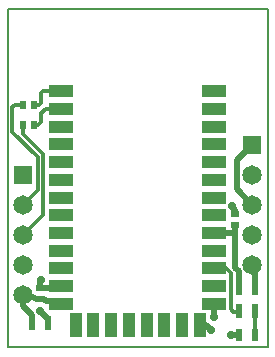
<source format=gtl>
G04*
G04 #@! TF.GenerationSoftware,Altium Limited,Altium Designer,22.5.1 (42)*
G04*
G04 Layer_Physical_Order=1*
G04 Layer_Color=1265191*
%FSLAX44Y44*%
%MOMM*%
G71*
G04*
G04 #@! TF.SameCoordinates,D327534F-E779-4237-818F-575770AB304D*
G04*
G04*
G04 #@! TF.FilePolarity,Positive*
G04*
G01*
G75*
%ADD10C,0.2000*%
%ADD11C,0.3000*%
%ADD13R,0.5500X1.2000*%
%ADD14R,2.0000X1.0000*%
%ADD15R,1.0000X2.0000*%
%ADD16R,0.5500X1.0000*%
%ADD17R,0.5000X0.6500*%
%ADD18R,0.6500X0.5000*%
%ADD19R,1.6500X1.6500*%
%ADD20C,1.6500*%
%ADD21C,0.5000*%
%ADD22C,0.7000*%
D10*
X-110000Y168250D02*
X110000D01*
Y-118000D02*
Y168250D01*
X-110000Y-118000D02*
X110000D01*
X-110000D02*
Y168250D01*
D11*
X65000Y-51250D02*
X75000D01*
X79250Y-55500D01*
Y-85993D02*
Y-55500D01*
X99500Y-67500D02*
Y-62749D01*
Y-107500D02*
Y-87500D01*
X85250Y-87750D02*
X85500Y-87500D01*
X81007Y-87750D02*
X85250D01*
X79250Y-85993D02*
X81007Y-87750D01*
X-106000Y64500D02*
X-84750Y43250D01*
X-106000Y64500D02*
Y85250D01*
X-97000Y-22700D02*
X-79950Y-5650D01*
Y45450D01*
X-97000Y62500D02*
Y70000D01*
Y62500D02*
X-79950Y45450D01*
X-84750Y14950D02*
Y43250D01*
X-97000Y2700D02*
X-84750Y14950D01*
X-106000Y85250D02*
X-103750Y87500D01*
X-97000D01*
X-84250Y70000D02*
X-81750Y72500D01*
X-88000Y70000D02*
X-84250D01*
X-81750Y72500D02*
Y80000D01*
X-78000Y83750D02*
X-65000D01*
X-81750Y80000D02*
X-78000Y83750D01*
X-82000Y89257D02*
Y96993D01*
X-88000Y87500D02*
X-83757D01*
X-82000Y89257D01*
X-80243Y98750D02*
X-65000D01*
X-82000Y96993D02*
X-80243Y98750D01*
D13*
X-89500Y-97500D02*
D03*
X-75500D02*
D03*
X85500Y-67500D02*
D03*
X99500D02*
D03*
X85500Y-87500D02*
D03*
X99500D02*
D03*
D14*
X65000Y98750D02*
D03*
Y83750D02*
D03*
X-65000Y98750D02*
D03*
Y83750D02*
D03*
Y68750D02*
D03*
Y53750D02*
D03*
Y38750D02*
D03*
Y23750D02*
D03*
Y8750D02*
D03*
Y-6250D02*
D03*
Y-21250D02*
D03*
Y-36250D02*
D03*
Y-51250D02*
D03*
Y-66250D02*
D03*
Y-81250D02*
D03*
X65000D02*
D03*
Y-66250D02*
D03*
Y-51250D02*
D03*
Y-36250D02*
D03*
Y-21250D02*
D03*
Y-6250D02*
D03*
Y8750D02*
D03*
Y23750D02*
D03*
Y38750D02*
D03*
Y53750D02*
D03*
Y68750D02*
D03*
D15*
X-52500Y-98750D02*
D03*
X-37500D02*
D03*
X-22500D02*
D03*
X-7500D02*
D03*
X7500D02*
D03*
X22500D02*
D03*
X37500D02*
D03*
X52500D02*
D03*
D16*
X85500Y-107500D02*
D03*
X99500D02*
D03*
D17*
X-88000Y87500D02*
D03*
X-97000D02*
D03*
X-88000Y70000D02*
D03*
X-97000D02*
D03*
D18*
X82500Y-5500D02*
D03*
Y-14500D02*
D03*
X-82500Y-77000D02*
D03*
Y-68000D02*
D03*
D19*
X-97000Y28100D02*
D03*
X97000Y53500D02*
D03*
D20*
X-97000Y2700D02*
D03*
Y-22700D02*
D03*
Y-48100D02*
D03*
Y-73500D02*
D03*
X97000Y28100D02*
D03*
Y2700D02*
D03*
Y-22700D02*
D03*
Y-48100D02*
D03*
D21*
X79000Y-107500D02*
X85500D01*
X58000Y-98750D02*
X62500Y-103250D01*
X52500Y-98750D02*
X58000D01*
X65000Y-92625D02*
Y-81250D01*
X85500Y-67500D02*
Y-53500D01*
X82500Y-50500D02*
Y-21250D01*
Y-50500D02*
X85500Y-53500D01*
X79673Y709D02*
X82500Y-2118D01*
X79673Y709D02*
Y1250D01*
X82500Y-5500D02*
Y-2118D01*
Y-21250D02*
Y-14500D01*
X-82331Y-87427D02*
X-82323D01*
X-75500Y-94250D01*
X-82375Y-68000D02*
Y-60875D01*
X-82250Y-60750D01*
X-75500Y-97500D02*
Y-94250D01*
X65000Y-21250D02*
X82500D01*
X-97000Y-83000D02*
Y-73500D01*
Y-83000D02*
X-89500Y-90500D01*
Y-97500D02*
Y-90500D01*
X83750Y40250D02*
X97000Y53500D01*
X83750Y15950D02*
Y40250D01*
Y15950D02*
X97000Y2700D01*
X99500Y-62749D02*
Y-53712D01*
X97000Y-51212D02*
X99500Y-53712D01*
X97000Y-51212D02*
Y-48100D01*
X-82375Y-68000D02*
X-66750D01*
X-82500D02*
X-82375D01*
X-77500Y-79000D02*
X-67250D01*
X-65000Y-81250D01*
X-79500Y-77000D02*
X-77500Y-79000D01*
X-82500Y-77000D02*
X-79500D01*
X-88250Y-75000D02*
X-86250Y-77000D01*
X-82500D01*
X-95500Y-75000D02*
X-88250D01*
X-97000Y-73500D02*
X-95500Y-75000D01*
X-66750Y-68000D02*
X-65000Y-66250D01*
D22*
X79000Y-107500D02*
D03*
X62500Y-103250D02*
D03*
X65000Y-92625D02*
D03*
X79673Y1250D02*
D03*
X-82331Y-87427D02*
D03*
X-82250Y-60750D02*
D03*
M02*

</source>
